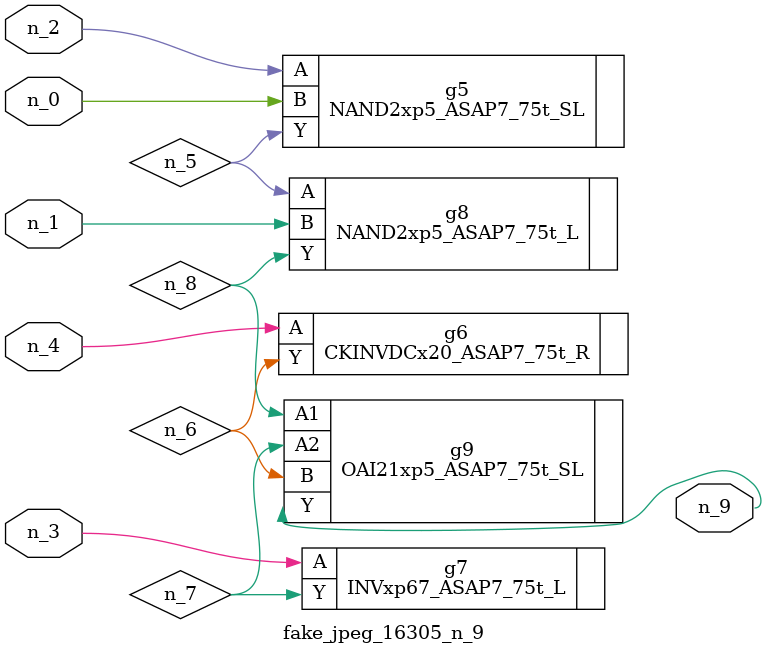
<source format=v>
module fake_jpeg_16305_n_9 (n_3, n_2, n_1, n_0, n_4, n_9);

input n_3;
input n_2;
input n_1;
input n_0;
input n_4;

output n_9;

wire n_8;
wire n_6;
wire n_5;
wire n_7;

NAND2xp5_ASAP7_75t_SL g5 ( 
.A(n_2),
.B(n_0),
.Y(n_5)
);

CKINVDCx20_ASAP7_75t_R g6 ( 
.A(n_4),
.Y(n_6)
);

INVxp67_ASAP7_75t_L g7 ( 
.A(n_3),
.Y(n_7)
);

NAND2xp5_ASAP7_75t_L g8 ( 
.A(n_5),
.B(n_1),
.Y(n_8)
);

OAI21xp5_ASAP7_75t_SL g9 ( 
.A1(n_8),
.A2(n_7),
.B(n_6),
.Y(n_9)
);


endmodule
</source>
